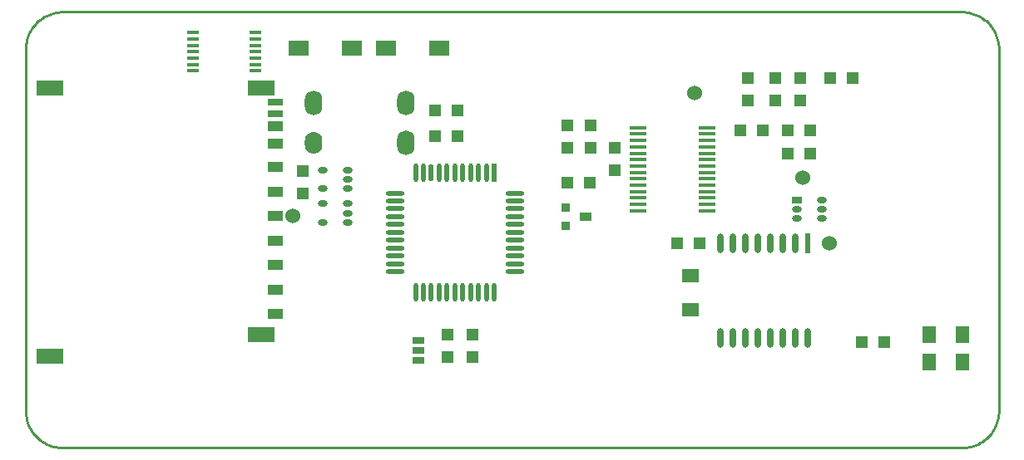
<source format=gtp>
%FSLAX25Y25*%
%MOIN*%
G70*
G01*
G75*
%ADD10C,0.00700*%
%ADD11C,0.06000*%
%ADD12O,0.04000X0.02700*%
%ADD13R,0.07874X0.06299*%
%ADD14R,0.06500X0.05500*%
%ADD15R,0.05000X0.05000*%
%ADD16R,0.05500X0.06500*%
%ADD17R,0.04000X0.02700*%
%ADD18O,0.07000X0.10000*%
%ADD19O,0.07000X0.09000*%
%ADD20O,0.02400X0.08000*%
%ADD21R,0.02400X0.08000*%
%ADD22R,0.03600X0.03600*%
%ADD23R,0.05000X0.03600*%
%ADD24R,0.07000X0.01500*%
%ADD25O,0.07000X0.01500*%
%ADD26O,0.07480X0.01969*%
%ADD27O,0.01969X0.07480*%
%ADD28O,0.01969X0.07000*%
%ADD29R,0.01969X0.07480*%
%ADD30O,0.05118X0.01500*%
%ADD31O,0.05118X0.01500*%
%ADD32R,0.05118X0.01500*%
%ADD33R,0.05000X0.03000*%
%ADD34R,0.05906X0.02756*%
%ADD35R,0.11024X0.05906*%
%ADD36R,0.05906X0.03937*%
%ADD37R,0.05906X0.03937*%
%ADD38C,0.01000*%
%ADD39C,0.02000*%
%ADD40C,0.00600*%
%ADD41O,0.10000X0.12000*%
%ADD42C,0.06300*%
%ADD43C,0.06200*%
%ADD44O,0.06500X0.05500*%
%ADD45O,0.06500X0.05000*%
%ADD46O,0.05500X0.06400*%
%ADD47R,0.05500X0.06400*%
%ADD48R,0.06200X0.07200*%
%ADD49O,0.06200X0.07200*%
%ADD50O,0.06000X0.07000*%
%ADD51R,0.06000X0.07000*%
%ADD52O,0.05500X0.06800*%
%ADD53O,0.06400X0.05000*%
%ADD54O,0.06800X0.05000*%
%ADD55R,0.05500X0.06800*%
%ADD56O,0.06800X0.05500*%
%ADD57R,0.06800X0.05500*%
%ADD58O,0.06400X0.05500*%
%ADD59R,0.06000X0.06000*%
%ADD60O,0.08000X0.06000*%
%ADD61O,0.06000X0.07400*%
%ADD62R,0.06000X0.07400*%
%ADD63C,0.23500*%
%ADD64R,0.10000X0.08000*%
%ADD65O,0.10000X0.08000*%
%ADD66C,0.12000*%
%ADD67C,0.04400*%
%ADD68C,0.03200*%
%ADD69C,0.03000*%
%ADD70O,0.02700X0.04000*%
%ADD71O,0.02400X0.07500*%
%ADD72R,0.05000X0.07000*%
%ADD73O,0.02700X0.03500*%
%ADD74R,0.02700X0.04000*%
%ADD75R,0.03600X0.05000*%
%ADD76O,0.03600X0.02700*%
%ADD77O,0.01500X0.05118*%
%ADD78O,0.01500X0.05118*%
%ADD79R,0.01500X0.05118*%
%ADD80O,0.08000X0.02400*%
%ADD81R,0.08000X0.02400*%
%ADD82O,0.05500X0.01600*%
%ADD83R,0.05500X0.01600*%
%ADD84R,0.06000X0.12500*%
%ADD85R,0.09843X0.09843*%
%ADD86R,0.15000X0.10000*%
%ADD87R,0.12500X0.06000*%
%ADD88R,0.08500X0.10800*%
%ADD89R,0.06000X0.10000*%
%ADD90C,0.00800*%
%ADD91C,0.00500*%
%ADD92C,0.00400*%
%ADD93C,0.02200*%
%ADD94C,0.01200*%
%ADD95C,0.03000*%
%ADD96C,0.05000*%
%ADD97C,0.00394*%
%ADD98R,0.22835X0.81937*%
%ADD99R,0.02953X0.04134*%
%ADD100R,0.02953X0.04134*%
%ADD101R,0.03000X0.02800*%
%ADD102R,0.02800X0.03000*%
%ADD103R,0.70000X0.06700*%
%ADD104R,0.01575X0.01575*%
%ADD105R,0.02500X0.02500*%
%ADD106R,0.30000X0.07000*%
%ADD107R,0.20000X0.07000*%
%ADD108R,0.50000X0.06500*%
%ADD109R,0.05200X0.10400*%
%ADD110R,0.05000X0.10400*%
%ADD111R,0.01575X0.01575*%
%ADD112R,0.46500X0.07000*%
%ADD113R,1.08500X0.07000*%
D11*
X207000Y193000D02*
D03*
X411500Y208500D02*
D03*
X368000Y242500D02*
D03*
X422000Y182000D02*
D03*
D12*
X419000Y195700D02*
D03*
X219000Y211500D02*
D03*
Y204000D02*
D03*
X229000Y207700D02*
D03*
Y204000D02*
D03*
Y211500D02*
D03*
X409000Y195700D02*
D03*
X419000Y192000D02*
D03*
Y199500D02*
D03*
X409000Y192000D02*
D03*
X229000Y198000D02*
D03*
Y190500D02*
D03*
Y194200D02*
D03*
X219000Y190500D02*
D03*
Y198000D02*
D03*
D13*
X265630Y260500D02*
D03*
X244370D02*
D03*
X230630D02*
D03*
X209370D02*
D03*
D14*
X366500Y155500D02*
D03*
Y169000D02*
D03*
D15*
X444000Y142500D02*
D03*
X435000D02*
D03*
X400500Y248500D02*
D03*
Y239500D02*
D03*
X410500D02*
D03*
X317000Y206500D02*
D03*
X431500Y248500D02*
D03*
X422500D02*
D03*
X410500D02*
D03*
X405500Y218000D02*
D03*
Y227500D02*
D03*
X326000Y206500D02*
D03*
X279000Y145500D02*
D03*
X273000Y235500D02*
D03*
X264000D02*
D03*
X395500Y227500D02*
D03*
X386500D02*
D03*
X269000Y145500D02*
D03*
Y136500D02*
D03*
X211000Y202000D02*
D03*
Y211000D02*
D03*
X264000Y225000D02*
D03*
X273000D02*
D03*
X336000Y220500D02*
D03*
Y211500D02*
D03*
X414500Y218000D02*
D03*
Y227500D02*
D03*
X279000Y136500D02*
D03*
X389500Y248500D02*
D03*
Y239500D02*
D03*
X326500Y229500D02*
D03*
Y220500D02*
D03*
X317000Y229500D02*
D03*
Y220500D02*
D03*
X361000Y182000D02*
D03*
X370000D02*
D03*
D16*
X475500Y145500D02*
D03*
X462000D02*
D03*
X475500Y134500D02*
D03*
X462000D02*
D03*
D17*
X409000Y199500D02*
D03*
D18*
X252504Y222500D02*
D03*
X252504Y238374D02*
D03*
X215496Y238500D02*
D03*
D19*
X215496Y222500D02*
D03*
D20*
X408500Y144000D02*
D03*
X413500D02*
D03*
X408500Y182000D02*
D03*
X403500Y144000D02*
D03*
X398500D02*
D03*
X393500D02*
D03*
X388500D02*
D03*
X383500D02*
D03*
X378500D02*
D03*
Y182000D02*
D03*
X383500D02*
D03*
X388500D02*
D03*
X393500D02*
D03*
X398500D02*
D03*
X403500D02*
D03*
D21*
X413500D02*
D03*
D22*
X316500Y189000D02*
D03*
Y196500D02*
D03*
D23*
X324500Y192700D02*
D03*
D24*
X345500Y228500D02*
D03*
D25*
Y218264D02*
D03*
X373059Y213146D02*
D03*
Y215705D02*
D03*
X373059Y228500D02*
D03*
X373059Y225941D02*
D03*
Y223382D02*
D03*
Y220823D02*
D03*
Y218264D02*
D03*
Y210587D02*
D03*
Y208028D02*
D03*
Y205469D02*
D03*
Y202909D02*
D03*
Y197791D02*
D03*
Y195232D02*
D03*
X345500D02*
D03*
Y197791D02*
D03*
Y200350D02*
D03*
Y205469D02*
D03*
Y208028D02*
D03*
Y210587D02*
D03*
Y213146D02*
D03*
Y215705D02*
D03*
Y220823D02*
D03*
Y223382D02*
D03*
Y225941D02*
D03*
Y202909D02*
D03*
X373059Y200350D02*
D03*
D26*
X296016Y199098D02*
D03*
Y189650D02*
D03*
Y192799D02*
D03*
Y173902D02*
D03*
X247984Y202248D02*
D03*
Y199098D02*
D03*
Y195949D02*
D03*
Y192799D02*
D03*
Y189650D02*
D03*
Y186500D02*
D03*
Y183350D02*
D03*
X296016Y170752D02*
D03*
Y177051D02*
D03*
Y180201D02*
D03*
Y183350D02*
D03*
Y186500D02*
D03*
Y202248D02*
D03*
X247984Y180201D02*
D03*
Y177051D02*
D03*
X296016Y195949D02*
D03*
X247984Y173902D02*
D03*
Y170752D02*
D03*
D27*
X259402Y210516D02*
D03*
X275150Y162484D02*
D03*
X259402D02*
D03*
X262551D02*
D03*
X284598Y210516D02*
D03*
X281449D02*
D03*
X278299D02*
D03*
X275150D02*
D03*
X272000D02*
D03*
X268850D02*
D03*
X265701D02*
D03*
X256252D02*
D03*
X268850Y162484D02*
D03*
X272000D02*
D03*
X281449D02*
D03*
X284598D02*
D03*
X287748D02*
D03*
X265701D02*
D03*
X278299D02*
D03*
X256252D02*
D03*
D28*
X262551Y210516D02*
D03*
D29*
X287748Y210516D02*
D03*
D30*
X166902Y264118D02*
D03*
D31*
Y261559D02*
D03*
Y259000D02*
D03*
Y256441D02*
D03*
Y253882D02*
D03*
Y251323D02*
D03*
X192098Y253882D02*
D03*
Y256441D02*
D03*
Y259000D02*
D03*
Y261559D02*
D03*
Y264118D02*
D03*
Y266677D02*
D03*
Y251323D02*
D03*
D32*
X166902Y266677D02*
D03*
D33*
X257500Y135063D02*
D03*
Y139000D02*
D03*
Y142937D02*
D03*
D34*
X200000Y238795D02*
D03*
Y234071D02*
D03*
D35*
X194488Y145488D02*
D03*
Y244307D02*
D03*
X109843D02*
D03*
Y136827D02*
D03*
D36*
X200000Y228953D02*
D03*
Y212713D02*
D03*
Y222260D02*
D03*
Y202870D02*
D03*
Y193028D02*
D03*
Y183185D02*
D03*
Y173343D02*
D03*
D37*
Y153657D02*
D03*
Y163500D02*
D03*
D38*
X475000Y100000D02*
X475981Y100032D01*
X476958Y100128D01*
X477926Y100288D01*
X478882Y100511D01*
X479822Y100796D01*
X480740Y101142D01*
X481634Y101547D01*
X482500Y102010D01*
X483334Y102528D01*
X484131Y103100D01*
X484890Y103722D01*
X485607Y104393D01*
X486278Y105110D01*
X486900Y105869D01*
X487472Y106667D01*
X487990Y107500D01*
X488453Y108366D01*
X488858Y109260D01*
X489204Y110178D01*
X489489Y111118D01*
X489712Y112074D01*
X489872Y113042D01*
X489968Y114019D01*
X490000Y115000D01*
Y260000D02*
X489968Y260981D01*
X489872Y261958D01*
X489712Y262926D01*
X489489Y263882D01*
X489204Y264822D01*
X488858Y265740D01*
X488453Y266634D01*
X487990Y267500D01*
X487472Y268334D01*
X486900Y269131D01*
X486278Y269890D01*
X485607Y270607D01*
X484890Y271278D01*
X484131Y271900D01*
X483334Y272472D01*
X482500Y272990D01*
X481634Y273453D01*
X480740Y273858D01*
X479822Y274204D01*
X478882Y274489D01*
X477926Y274712D01*
X476958Y274872D01*
X475981Y274968D01*
X475000Y275000D01*
X115000D02*
X114019Y274968D01*
X113042Y274872D01*
X112074Y274712D01*
X111118Y274489D01*
X110178Y274204D01*
X109260Y273858D01*
X108366Y273453D01*
X107500Y272990D01*
X106667Y272472D01*
X105869Y271900D01*
X105110Y271278D01*
X104393Y270607D01*
X103722Y269890D01*
X103100Y269131D01*
X102528Y268334D01*
X102010Y267500D01*
X101547Y266634D01*
X101142Y265740D01*
X100796Y264822D01*
X100511Y263882D01*
X100288Y262926D01*
X100128Y261958D01*
X100032Y260981D01*
X100000Y260000D01*
Y115000D02*
X100032Y114019D01*
X100128Y113042D01*
X100288Y112074D01*
X100511Y111118D01*
X100796Y110178D01*
X101142Y109260D01*
X101547Y108366D01*
X102010Y107500D01*
X102528Y106667D01*
X103100Y105869D01*
X103722Y105110D01*
X104393Y104393D01*
X105110Y103722D01*
X105869Y103100D01*
X106667Y102528D01*
X107500Y102010D01*
X108366Y101547D01*
X109260Y101142D01*
X110178Y100796D01*
X111118Y100511D01*
X112074Y100288D01*
X113042Y100128D01*
X114019Y100032D01*
X115000Y100000D01*
Y275000D02*
X475000D01*
X100000Y115000D02*
Y260000D01*
X115000Y100000D02*
X475000D01*
X489900Y114300D02*
X490000Y260000D01*
M02*

</source>
